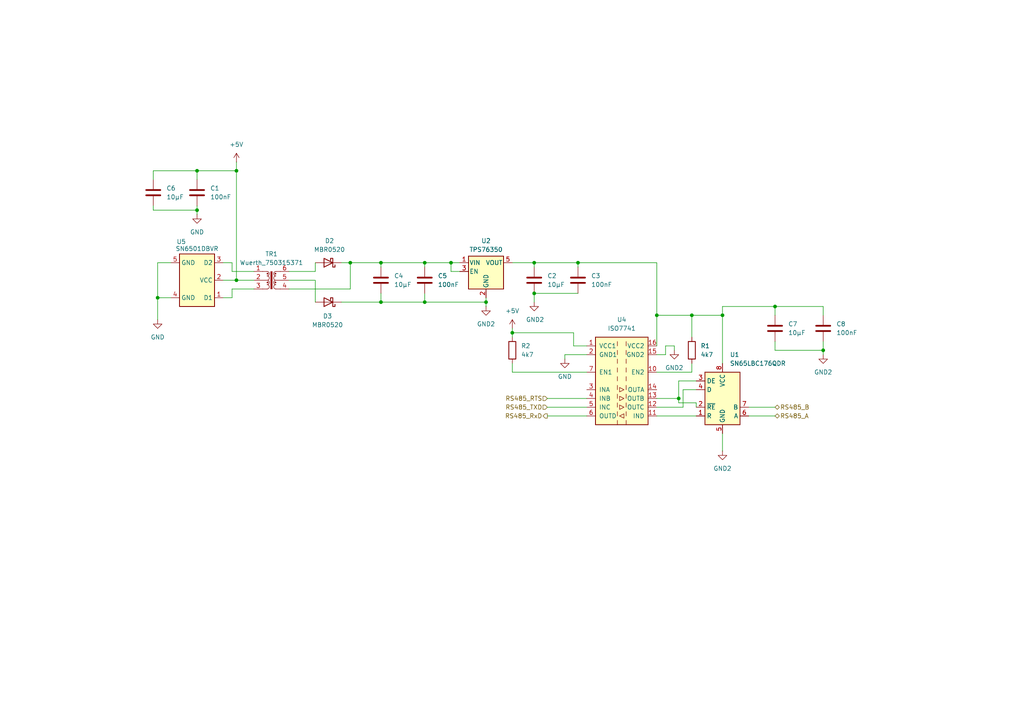
<source format=kicad_sch>
(kicad_sch (version 20250114) (generator "eeschema") (generator_version "9.0")
  (paper "A4")
  (lib_symbols
    (symbol "Device:C" (pin_numbers (hide yes)) (pin_names (offset 0.254))
      (property "Reference" "C" (at 0.635 2.54 0))
      (property "Value" "C" (at 0.635 -2.54 0))
      (symbol "C_0_1"
        (polyline (pts (xy -2.032 0.762) (xy 2.032 0.762)) (stroke (width 0.508)))
        (polyline (pts (xy -2.032 -0.762) (xy 2.032 -0.762)) (stroke (width 0.508)))
      )
      (symbol "C_1_1"
        (pin passive line (at 0 3.81 270) (length 2.794) (name "~") (number "1"))
        (pin passive line (at 0 -3.81 90) (length 2.794) (name "~") (number "2"))
      )
    )
    (symbol "Device:R" (pin_numbers (hide yes)) (pin_names (offset 0))
      (property "Reference" "R" (at 2.032 0 90))
      (property "Value" "R" (at 0 0 90))
      (symbol "R_0_1"
        (rectangle (start -1.016 -2.54) (end 1.016 2.54) (stroke (width 0.254)))
      )
      (symbol "R_1_1"
        (pin passive line (at 0 3.81 270) (length 1.27) (name "~") (number "1"))
        (pin passive line (at 0 -3.81 90) (length 1.27) (name "~") (number "2"))
      )
    )
    (symbol "DigitalIsolator:ISO7741" (pin_names (offset 1.016))
      (property "Reference" "U" (at 0 15.875 0))
      (property "Value" "ISO7741" (at 0 13.97 0))
      (symbol "ISO7741_0_1"
        (rectangle (start -7.62 12.7) (end 7.62 -12.7) (stroke (width 0.254)) (fill (type background)))
        (polyline (pts (xy -1.27 11.43) (xy -1.27 10.16)))
        (polyline (pts (xy -1.27 8.89) (xy -1.27 7.62)))
        (polyline (pts (xy -1.27 6.35) (xy -1.27 5.08)))
        (polyline (pts (xy -1.27 3.81) (xy -1.27 2.54)))
        (polyline (pts (xy -1.27 1.27) (xy -1.27 0)))
        (polyline (pts (xy -1.27 -1.27) (xy -1.27 -2.54)))
        (polyline (pts (xy -1.27 -3.81) (xy -1.27 -5.08)))
        (polyline (pts (xy -1.27 -6.35) (xy -1.27 -7.62)))
        (polyline (pts (xy -1.27 -8.89) (xy -1.27 -10.16)))
        (polyline (pts (xy -1.27 -11.43) (xy -1.27 -12.7)))
        (polyline (pts (xy -0.635 -1.905) (xy -0.635 -3.175) (xy 0.635 -2.54) (xy -0.635 -1.905)))
        (polyline (pts (xy -0.635 -4.445) (xy -0.635 -5.715) (xy 0.635 -5.08) (xy -0.635 -4.445)))
        (polyline (pts (xy -0.635 -6.985) (xy -0.635 -8.255) (xy 0.635 -7.62) (xy -0.635 -6.985)))
        (polyline (pts (xy -0.635 -10.16) (xy 0.635 -9.525) (xy 0.635 -10.795) (xy -0.635 -10.16)))
        (polyline (pts (xy 1.27 11.43) (xy 1.27 10.16)))
        (polyline (pts (xy 1.27 8.89) (xy 1.27 7.62)))
        (polyline (pts (xy 1.27 6.35) (xy 1.27 5.08)))
        (polyline (pts (xy 1.27 3.81) (xy 1.27 2.54)))
        (polyline (pts (xy 1.27 1.27) (xy 1.27 0)))
        (polyline (pts (xy 1.27 -1.27) (xy 1.27 -2.54)))
        (polyline (pts (xy 1.27 -3.81) (xy 1.27 -5.08)))
        (polyline (pts (xy 1.27 -6.35) (xy 1.27 -7.62)))
        (polyline (pts (xy 1.27 -8.89) (xy 1.27 -10.16)))
        (polyline (pts (xy 1.27 -11.43) (xy 1.27 -12.7)))
      )
      (symbol "ISO7741_1_1"
        (pin power_in line (at -10.16 10.16 0) (length 2.54) (name "VCC1") (number "1"))
        (pin power_in line (at -10.16 7.62 0) (length 2.54) (name "GND1") (number "2"))
        (pin passive line (at -10.16 7.62 0) (length 2.54) (hide yes) (name "GND1") (number "8"))
        (pin input line (at -10.16 2.54 0) (length 2.54) (name "EN1") (number "7"))
        (pin input line (at -10.16 -2.54 0) (length 2.54) (name "INA") (number "3"))
        (pin input line (at -10.16 -5.08 0) (length 2.54) (name "INB") (number "4"))
        (pin input line (at -10.16 -7.62 0) (length 2.54) (name "INC") (number "5"))
        (pin output line (at -10.16 -10.16 0) (length 2.54) (name "OUTD") (number "6"))
        (pin power_in line (at 10.16 10.16 180) (length 2.54) (name "VCC2") (number "16"))
        (pin power_in line (at 10.16 7.62 180) (length 2.54) (name "GND2") (number "15"))
        (pin passive line (at 10.16 7.62 180) (length 2.54) (hide yes) (name "GND2") (number "9"))
        (pin input line (at 10.16 2.54 180) (length 2.54) (name "EN2") (number "10"))
        (pin output line (at 10.16 -2.54 180) (length 2.54) (name "OUTA") (number "14"))
        (pin output line (at 10.16 -5.08 180) (length 2.54) (name "OUTB") (number "13"))
        (pin output line (at 10.16 -7.62 180) (length 2.54) (name "OUTC") (number "12"))
        (pin input line (at 10.16 -10.16 180) (length 2.54) (name "IND") (number "11"))
      )
    )
    (symbol "Diode:MBR0520" (pin_numbers (hide yes)) (pin_names (offset 1.016) (hide yes))
      (property "Reference" "D" (at 0 2.54 0))
      (property "Value" "MBR0520" (at 0 -2.54 0))
      (symbol "MBR0520_0_1"
        (polyline (pts (xy -1.905 0.635) (xy -1.905 1.27) (xy -1.27 1.27) (xy -1.27 -1.27) (xy -0.635 -1.27) (xy -0.635 -0.635)) (stroke (width 0.254)))
        (polyline (pts (xy 1.27 1.27) (xy 1.27 -1.27) (xy -1.27 0) (xy 1.27 1.27)) (stroke (width 0.254)))
        (polyline (pts (xy 1.27 0) (xy -1.27 0)))
      )
      (symbol "MBR0520_1_1"
        (pin passive line (at -3.81 0 0) (length 2.54) (name "K") (number "1"))
        (pin passive line (at 3.81 0 180) (length 2.54) (name "A") (number "2"))
      )
    )
    (symbol "Interface_UART:SN65LBC176QDR"
      (property "Reference" "U" (at -4.318 8.89 0))
      (property "Value" "SN65LBC176QDR" (at 1.016 8.89 0))
      (symbol "SN65LBC176QDR_0_1"
        (rectangle (start -5.08 7.62) (end 5.08 -7.62) (stroke (width 0.254)) (fill (type background)))
      )
      (symbol "SN65LBC176QDR_1_1"
        (pin input line (at -7.62 5.08 0) (length 2.54) (name "DE") (number "3"))
        (pin input line (at -7.62 2.54 0) (length 2.54) (name "D") (number "4"))
        (pin input line (at -7.62 -2.54 0) (length 2.54) (name "~{RE}") (number "2"))
        (pin output line (at -7.62 -5.08 0) (length 2.54) (name "R") (number "1"))
        (pin power_in line (at 0 10.16 270) (length 2.54) (name "VCC") (number "8"))
        (pin power_in line (at 0 -10.16 90) (length 2.54) (name "GND") (number "5"))
        (pin bidirectional line (at 7.62 -2.54 180) (length 2.54) (name "B") (number "7"))
        (pin bidirectional line (at 7.62 -5.08 180) (length 2.54) (name "A") (number "6"))
      )
    )
    (symbol "PowerManagement:SN6501DBVR"
      (property "Reference" "U" (at -5.08 6.35 0))
      (property "Value" "SN6501DBVR" (at 7.62 6.35 0))
      (symbol "SN6501DBVR_0_1"
        (rectangle (start -5.08 5.08) (end 5.08 -10.16) (stroke (width 0.254)) (fill (type background)))
      )
      (symbol "SN6501DBVR_1_1"
        (pin power_in line (at -7.62 2.54 0) (length 2.54) (name "GND") (number "4"))
        (pin power_in line (at -7.62 -7.62 0) (length 2.54) (name "GND") (number "5"))
        (pin open_collector line (at 7.62 2.54 180) (length 2.54) (name "D1") (number "1"))
        (pin power_in line (at 7.62 -2.54 180) (length 2.54) (name "VCC") (number "2"))
        (pin open_collector line (at 7.62 -7.62 180) (length 2.54) (name "D2") (number "3"))
      )
    )
    (symbol "Regulator_Linear:TPS76350" (pin_names (offset 0.254))
      (property "Reference" "U" (at -3.81 5.715 0))
      (property "Value" "TPS76350" (at 0 5.715 0))
      (symbol "TPS76350_0_1"
        (rectangle (start -5.08 4.445) (end 5.08 -5.08) (stroke (width 0.254)) (fill (type background)))
      )
      (symbol "TPS76350_1_1"
        (pin power_in line (at -7.62 2.54 0) (length 2.54) (name "VIN") (number "1"))
        (pin input line (at -7.62 0 0) (length 2.54) (name "EN") (number "3"))
        (pin power_in line (at 0 -7.62 90) (length 2.54) (name "GND") (number "2"))
        (pin no_connect line (at 5.08 0 180) (length 2.54) (hide yes) (name "NC") (number "4"))
        (pin power_out line (at 7.62 2.54 180) (length 2.54) (name "VOUT") (number "5"))
      )
    )
    (symbol "Transformer:Wuerth_750315371"
      (property "Reference" "TR" (at 0 5.08 0))
      (property "Value" "Wuerth_750315371" (at 0 -5.08 0))
      (symbol "Wuerth_750315371_0_1"
        (polyline (pts (xy -2.54 2.54) (xy -1.27 2.54)))
        (polyline (pts (xy -2.54 0) (xy -1.27 0)))
        (polyline (pts (xy -2.54 -2.54) (xy -1.27 -2.54)))
        (arc (start -1.27 0) (mid -0.6377 -0.635) (end -1.27 -1.27))
        (arc (start -1.27 -1.27) (mid -0.6377 -1.905) (end -1.27 -2.54))
        (rectangle (start -0.254 2.54) (end 0.254 -2.54) (stroke (width 0.0254)) (fill (type outline)))
        (polyline (pts (xy 1.27 2.54) (xy 2.54 2.54)))
        (polyline (pts (xy 1.27 0) (xy 2.54 0)))
        (polyline (pts (xy 1.27 -2.54) (xy 2.54 -2.54)))
      )
      (symbol "Wuerth_750315371_1_1"
        (arc (start -1.27 2.54) (mid -0.6377 1.905) (end -1.27 1.27))
        (arc (start -1.27 1.27) (mid -0.6377 0.635) (end -1.27 0))
        (circle (center -1.143 1.905) (radius 0.127) (stroke (width 0.254)))
        (circle (center -1.143 -0.635) (radius 0.127) (stroke (width 0.254)))
        (circle (center 1.143 1.905) (radius 0.127) (stroke (width 0.254)))
        (circle (center 1.143 -0.635) (radius 0.127) (stroke (width 0.254)))
        (arc (start 1.27 1.27) (mid 0.6377 1.905) (end 1.27 2.54))
        (arc (start 1.27 0) (mid 0.6377 0.635) (end 1.27 1.27))
        (arc (start 1.27 -1.27) (mid 0.6377 -0.635) (end 1.27 0))
        (arc (start 1.27 -2.54) (mid 0.6377 -1.905) (end 1.27 -1.27))
        (pin passive line (at -5.08 2.54 0) (length 2.54) (name "~") (number "1"))
        (pin passive line (at -5.08 0 0) (length 2.54) (name "~") (number "2"))
        (pin passive line (at -5.08 -2.54 0) (length 2.54) (name "~") (number "3"))
        (pin passive line (at 5.08 2.54 180) (length 2.54) (name "~") (number "6"))
        (pin passive line (at 5.08 0 180) (length 2.54) (name "~") (number "5"))
        (pin passive line (at 5.08 -2.54 180) (length 2.54) (name "~") (number "4"))
      )
    )
    (symbol "power:+5V" (power) (pin_numbers (hide yes)) (pin_names (offset 0) (hide yes))
      (property "Value" "+5V" (at 0 3.556 0))
      (symbol "+5V_0_1"
        (polyline (pts (xy -0.762 1.27) (xy 0 2.54)))
        (polyline (pts (xy 0 2.54) (xy 0.762 1.27)))
        (polyline (pts (xy 0 0) (xy 0 2.54)))
      )
      (symbol "+5V_1_1"
        (pin power_in line (at 0 0 90) (length 0) (name "~") (number "1"))
      )
    )
    (symbol "power:GND" (power) (pin_numbers (hide yes)) (pin_names (offset 0) (hide yes))
      (property "Value" "GND" (at 0 -3.81 0))
      (symbol "GND_0_1"
        (polyline (pts (xy 0 0) (xy 0 -1.27) (xy 1.27 -1.27) (xy 0 -2.54) (xy -1.27 -1.27) (xy 0 -1.27)))
      )
      (symbol "GND_1_1"
        (pin power_in line (at 0 0 270) (length 0) (name "~") (number "1"))
      )
    )
    (symbol "power:GND2" (power) (pin_numbers (hide yes)) (pin_names (offset 0) (hide yes))
      (property "Value" "GND2" (at 0 -3.81 0))
      (symbol "GND2_0_1"
        (polyline (pts (xy 0 0) (xy 0 -1.27) (xy 1.27 -1.27) (xy 0 -2.54) (xy -1.27 -1.27) (xy 0 -1.27)))
      )
      (symbol "GND2_1_1"
        (pin power_in line (at 0 0 270) (length 0) (name "~") (number "1"))
      )
    )
  )
  (junction (at 68.58 81.28))
  (junction (at 238.76 101.6))
  (junction (at 190.5 91.44))
  (junction (at 101.6 76.2))
  (junction (at 110.49 87.63))
  (junction (at 45.72 86.36))
  (junction (at 130.81 76.2))
  (junction (at 167.64 76.2))
  (junction (at 154.94 85.09))
  (junction (at 148.59 96.52))
  (junction (at 224.79 88.9))
  (junction (at 57.15 60.96))
  (junction (at 196.85 115.57))
  (junction (at 57.15 49.53))
  (junction (at 123.19 76.2))
  (junction (at 110.49 76.2))
  (junction (at 68.58 49.53))
  (junction (at 200.66 91.44))
  (junction (at 123.19 87.63))
  (junction (at 154.94 76.2))
  (junction (at 140.97 87.63))
  (junction (at 209.55 91.44))
  (wire (pts (xy 123.19 87.63) (xy 140.97 87.63)))
  (wire (pts (xy 57.15 49.53) (xy 44.45 49.53)))
  (wire (pts (xy 154.94 85.09) (xy 154.94 87.63)))
  (wire (pts (xy 148.59 76.2) (xy 154.94 76.2)))
  (wire (pts (xy 196.85 115.57) (xy 196.85 110.49)))
  (wire (pts (xy 91.44 81.28) (xy 91.44 87.63)))
  (wire (pts (xy 163.83 102.87) (xy 163.83 104.14)))
  (wire (pts (xy 193.04 102.87) (xy 193.04 100.33)))
  (wire (pts (xy 83.82 83.82) (xy 101.6 83.82)))
  (wire (pts (xy 68.58 81.28) (xy 73.66 81.28)))
  (wire (pts (xy 57.15 49.53) (xy 68.58 49.53)))
  (wire (pts (xy 154.94 85.09) (xy 167.64 85.09)))
  (wire (pts (xy 91.44 76.2) (xy 91.44 78.74)))
  (wire (pts (xy 190.5 118.11) (xy 198.12 118.11)))
  (wire (pts (xy 224.79 88.9) (xy 224.79 91.44)))
  (wire (pts (xy 166.37 100.33) (xy 166.37 96.52)))
  (wire (pts (xy 224.79 88.9) (xy 238.76 88.9)))
  (wire (pts (xy 209.55 88.9) (xy 224.79 88.9)))
  (wire (pts (xy 193.04 100.33) (xy 195.58 100.33)))
  (wire (pts (xy 166.37 96.52) (xy 148.59 96.52)))
  (wire (pts (xy 110.49 87.63) (xy 123.19 87.63)))
  (wire (pts (xy 201.93 118.11) (xy 201.93 116.84)))
  (wire (pts (xy 209.55 91.44) (xy 209.55 105.41)))
  (wire (pts (xy 209.55 88.9) (xy 209.55 91.44)))
  (wire (pts (xy 200.66 97.79) (xy 200.66 91.44)))
  (wire (pts (xy 154.94 76.2) (xy 154.94 77.47)))
  (wire (pts (xy 200.66 91.44) (xy 209.55 91.44)))
  (wire (pts (xy 158.75 120.65) (xy 170.18 120.65)))
  (wire (pts (xy 170.18 102.87) (xy 163.83 102.87)))
  (wire (pts (xy 148.59 107.95) (xy 148.59 105.41)))
  (wire (pts (xy 67.31 83.82) (xy 67.31 86.36)))
  (wire (pts (xy 45.72 76.2) (xy 45.72 86.36)))
  (wire (pts (xy 140.97 88.9) (xy 140.97 87.63)))
  (wire (pts (xy 73.66 78.74) (xy 67.31 78.74)))
  (wire (pts (xy 91.44 78.74) (xy 83.82 78.74)))
  (wire (pts (xy 64.77 81.28) (xy 68.58 81.28)))
  (wire (pts (xy 196.85 110.49) (xy 201.93 110.49)))
  (wire (pts (xy 190.5 100.33) (xy 190.5 91.44)))
  (wire (pts (xy 209.55 125.73) (xy 209.55 130.81)))
  (wire (pts (xy 158.75 118.11) (xy 170.18 118.11)))
  (wire (pts (xy 190.5 120.65) (xy 201.93 120.65)))
  (wire (pts (xy 217.17 120.65) (xy 224.79 120.65)))
  (wire (pts (xy 57.15 59.69) (xy 57.15 60.96)))
  (wire (pts (xy 217.17 118.11) (xy 224.79 118.11)))
  (wire (pts (xy 190.5 76.2) (xy 167.64 76.2)))
  (wire (pts (xy 130.81 76.2) (xy 133.35 76.2)))
  (wire (pts (xy 238.76 101.6) (xy 238.76 99.06)))
  (wire (pts (xy 57.15 49.53) (xy 57.15 52.07)))
  (wire (pts (xy 198.12 118.11) (xy 198.12 113.03)))
  (wire (pts (xy 110.49 87.63) (xy 110.49 85.09)))
  (wire (pts (xy 190.5 107.95) (xy 200.66 107.95)))
  (wire (pts (xy 68.58 49.53) (xy 68.58 81.28)))
  (wire (pts (xy 190.5 91.44) (xy 190.5 76.2)))
  (wire (pts (xy 83.82 81.28) (xy 91.44 81.28)))
  (wire (pts (xy 148.59 95.25) (xy 148.59 96.52)))
  (wire (pts (xy 73.66 83.82) (xy 67.31 83.82)))
  (wire (pts (xy 68.58 46.99) (xy 68.58 49.53)))
  (wire (pts (xy 45.72 86.36) (xy 49.53 86.36)))
  (wire (pts (xy 170.18 100.33) (xy 166.37 100.33)))
  (wire (pts (xy 154.94 76.2) (xy 167.64 76.2)))
  (wire (pts (xy 198.12 113.03) (xy 201.93 113.03)))
  (wire (pts (xy 67.31 78.74) (xy 67.31 76.2)))
  (wire (pts (xy 57.15 60.96) (xy 57.15 62.23)))
  (wire (pts (xy 224.79 101.6) (xy 238.76 101.6)))
  (wire (pts (xy 45.72 86.36) (xy 45.72 92.71)))
  (wire (pts (xy 200.66 91.44) (xy 190.5 91.44)))
  (wire (pts (xy 101.6 76.2) (xy 110.49 76.2)))
  (wire (pts (xy 148.59 96.52) (xy 148.59 97.79)))
  (wire (pts (xy 200.66 107.95) (xy 200.66 105.41)))
  (wire (pts (xy 44.45 60.96) (xy 44.45 59.69)))
  (wire (pts (xy 238.76 88.9) (xy 238.76 91.44)))
  (wire (pts (xy 133.35 78.74) (xy 130.81 78.74)))
  (wire (pts (xy 123.19 87.63) (xy 123.19 85.09)))
  (wire (pts (xy 190.5 102.87) (xy 193.04 102.87)))
  (wire (pts (xy 49.53 76.2) (xy 45.72 76.2)))
  (wire (pts (xy 190.5 115.57) (xy 196.85 115.57)))
  (wire (pts (xy 196.85 116.84) (xy 196.85 115.57)))
  (wire (pts (xy 201.93 116.84) (xy 196.85 116.84)))
  (wire (pts (xy 101.6 76.2) (xy 101.6 83.82)))
  (wire (pts (xy 170.18 107.95) (xy 148.59 107.95)))
  (wire (pts (xy 44.45 49.53) (xy 44.45 52.07)))
  (wire (pts (xy 110.49 76.2) (xy 123.19 76.2)))
  (wire (pts (xy 123.19 76.2) (xy 123.19 77.47)))
  (wire (pts (xy 195.58 100.33) (xy 195.58 101.6)))
  (wire (pts (xy 99.06 87.63) (xy 110.49 87.63)))
  (wire (pts (xy 67.31 76.2) (xy 64.77 76.2)))
  (wire (pts (xy 167.64 76.2) (xy 167.64 77.47)))
  (wire (pts (xy 130.81 78.74) (xy 130.81 76.2)))
  (wire (pts (xy 110.49 76.2) (xy 110.49 77.47)))
  (wire (pts (xy 123.19 76.2) (xy 130.81 76.2)))
  (wire (pts (xy 224.79 99.06) (xy 224.79 101.6)))
  (wire (pts (xy 67.31 86.36) (xy 64.77 86.36)))
  (wire (pts (xy 101.6 76.2) (xy 99.06 76.2)))
  (wire (pts (xy 140.97 87.63) (xy 140.97 86.36)))
  (wire (pts (xy 57.15 60.96) (xy 44.45 60.96)))
  (wire (pts (xy 158.75 115.57) (xy 170.18 115.57)))
  (wire (pts (xy 238.76 101.6) (xy 238.76 102.87)))
  (hierarchical_label "RS485_RxD" (shape output) (at 158.75 120.65 180))
  (hierarchical_label "RS485_B" (shape bidirectional) (at 224.79 118.11 0))
  (hierarchical_label "RS485_RTS" (shape input) (at 158.75 115.57 180))
  (hierarchical_label "RS485_A" (shape bidirectional) (at 224.79 120.65 0))
  (hierarchical_label "RS485_TXD" (shape input) (at 158.75 118.11 180))
  (symbol (lib_id "Device:R") (at 148.59 101.6 0) (unit 1)
    (property "Reference" "R2" (at 151.13 100.3299 0) (effects (justify left)))
    (property "Value" "4k7" (at 151.13 102.8699 0) (effects (justify left)))
    (property "Footprint" "Resistor_SMD:R_0603_1608Metric" (effects (hide yes)))
    (property "Description" "Resistor" (effects (hide yes)))
  )
  (symbol (lib_id "Transformer:Wuerth_750315371") (at 78.74 81.28 0) (unit 1)
    (property "Reference" "TR1" (at 78.74 73.66 0))
    (property "Value" "Wuerth_750315371" (at 78.74 76.2 0))
    (property "Footprint" "Transformer_SMD:Transformer_Wuerth_750315371" (effects (hide yes)))
    (property "Datasheet" "https://www.we-online.com/catalog/datasheet/750315371.pdf" (effects (hide yes)))
    (property "Description" "5V, 1A , 320 - 480kHz, 1:1.1, Center Tapped, SMD" (effects (hide yes)))
  )
  (symbol (lib_id "power:GND2") (at 195.58 101.6 0) (unit 1)
    (property "Reference" "#PWR057" (effects (hide yes)))
    (property "Value" "GND2" (at 195.58 106.68 0))
    (property "Description" "Power symbol creates a global label with name \"GND2\" , ground" (effects (hide yes)))
  )
  (symbol (lib_id "PowerManagement:SN6501DBVR") (at 57.15 83.82 0) (mirror x) (unit 1)
    (property "Reference" "U5" (at 52.578 70.104 0))
    (property "Value" "SN6501DBVR" (at 57.15 72.136 0))
    (property "Footprint" "Package_TO_SOT_SMD:SOT-23-5" (effects (hide yes)))
    (property "Datasheet" "http://www.ti.com/lit/ds/symlink/sn6505b.pdf" (effects (hide yes)))
    (property "Description" "Spezialisiertes Energiemanagement - PMIC Transformer Driver f or Iso Power Supply" (effects (hide yes)))
  )
  (symbol (lib_id "power:+5V") (at 68.58 46.99 0) (unit 1)
    (property "Reference" "#PWR060" (effects (hide yes)))
    (property "Value" "+5V" (at 68.58 41.91 0))
    (property "Description" "Power symbol creates a global label with name \"+5V\"" (effects (hide yes)))
  )
  (symbol (lib_id "power:GND") (at 163.83 104.14 0) (unit 1)
    (property "Reference" "#PWR062" (effects (hide yes)))
    (property "Value" "GND" (at 163.83 109.22 0))
    (property "Description" "Power symbol creates a global label with name \"GND\" , ground" (effects (hide yes)))
  )
  (symbol (lib_id "Interface_UART:SN65LBC176QDR") (at 209.55 115.57 0) (unit 1)
    (property "Reference" "U1" (at 211.6933 102.87 0) (effects (justify left)))
    (property "Value" "SN65LBC176QDR" (at 211.6933 105.41 0) (effects (justify left)))
    (property "Footprint" "Package_SO:SOIC-8_3.9x4.9mm_P1.27mm" (effects (hide yes)))
    (property "Datasheet" "http://www.ti.com/lit/ds/symlink/sn75lbc176.pdf" (effects (hide yes)))
    (property "Description" "Differential bus transceiver, SOIC-8" (effects (hide yes)))
  )
  (symbol (lib_id "Diode:MBR0520") (at 95.25 76.2 180) (unit 1)
    (property "Reference" "D2" (at 95.5675 69.85 0))
    (property "Value" "MBR0520" (at 95.5675 72.39 0))
    (property "Footprint" "Diode_SMD:D_SOD-123" (effects (hide yes)))
    (property "Datasheet" "http://www.mccsemi.com/up_pdf/MBR0520~MBR0580(SOD123).pdf" (effects (hide yes)))
    (property "Description" "20V 0.5A Schottky Power Rectifier Diode, SOD-123" (effects (hide yes)))
  )
  (symbol (lib_id "Device:C") (at 57.15 55.88 0) (unit 1)
    (property "Reference" "C1" (at 60.96 54.6099 0) (effects (justify left)))
    (property "Value" "100nF" (at 60.96 57.1499 0) (effects (justify left)))
    (property "Footprint" "Capacitor_SMD:C_0603_1608Metric" (effects (hide yes)))
    (property "Description" "Unpolarized capacitor" (effects (hide yes)))
  )
  (symbol (lib_id "Device:C") (at 110.49 81.28 0) (unit 1)
    (property "Reference" "C4" (at 114.3 80.0099 0) (effects (justify left)))
    (property "Value" "10µF" (at 114.3 82.5499 0) (effects (justify left)))
    (property "Footprint" "Capacitor_SMD:C_0603_1608Metric" (effects (hide yes)))
    (property "Description" "Unpolarized capacitor" (effects (hide yes)))
  )
  (symbol (lib_id "Device:C") (at 154.94 81.28 0) (unit 1)
    (property "Reference" "C2" (at 158.75 80.0099 0) (effects (justify left)))
    (property "Value" "10µF" (at 158.75 82.5499 0) (effects (justify left)))
    (property "Footprint" "Capacitor_SMD:C_0603_1608Metric" (effects (hide yes)))
    (property "Description" "Unpolarized capacitor" (effects (hide yes)))
  )
  (symbol (lib_id "Device:C") (at 167.64 81.28 0) (unit 1)
    (property "Reference" "C3" (at 171.45 80.0099 0) (effects (justify left)))
    (property "Value" "100nF" (at 171.45 82.5499 0) (effects (justify left)))
    (property "Footprint" "Capacitor_SMD:C_0603_1608Metric" (effects (hide yes)))
    (property "Description" "Unpolarized capacitor" (effects (hide yes)))
  )
  (symbol (lib_id "Device:R") (at 200.66 101.6 0) (unit 1)
    (property "Reference" "R1" (at 203.2 100.3299 0) (effects (justify left)))
    (property "Value" "4k7" (at 203.2 102.8699 0) (effects (justify left)))
    (property "Footprint" "Resistor_SMD:R_0603_1608Metric" (effects (hide yes)))
    (property "Description" "Resistor" (effects (hide yes)))
  )
  (symbol (lib_id "Regulator_Linear:TPS76350") (at 140.97 78.74 0) (unit 1)
    (property "Reference" "U2" (at 140.97 69.85 0))
    (property "Value" "TPS76350" (at 140.97 72.39 0))
    (property "Footprint" "Package_TO_SOT_SMD:SOT-23-5" (effects (hide yes)))
    (property "Datasheet" "http://www.ti.com/lit/ds/symlink/tps763.pdf" (effects (hide yes)))
    (property "Description" "Low power 150mA LDO 5.0V fixed output voltage, SOT-23-5" (effects (hide yes)))
  )
  (symbol (lib_id "Diode:MBR0520") (at 95.25 87.63 180) (unit 1)
    (property "Reference" "D3" (at 94.996 91.694 0))
    (property "Value" "MBR0520" (at 94.996 94.234 0))
    (property "Footprint" "Diode_SMD:D_SOD-123" (effects (hide yes)))
    (property "Datasheet" "http://www.mccsemi.com/up_pdf/MBR0520~MBR0580(SOD123).pdf" (effects (hide yes)))
    (property "Description" "20V 0.5A Schottky Power Rectifier Diode, SOD-123" (effects (hide yes)))
  )
  (symbol (lib_id "Device:C") (at 123.19 81.28 0) (unit 1)
    (property "Reference" "C5" (at 127 80.0099 0) (effects (justify left)))
    (property "Value" "100nF" (at 127 82.5499 0) (effects (justify left)))
    (property "Footprint" "Capacitor_SMD:C_0603_1608Metric" (effects (hide yes)))
    (property "Description" "Unpolarized capacitor" (effects (hide yes)))
  )
  (symbol (lib_id "Device:C") (at 224.79 95.25 0) (unit 1)
    (property "Reference" "C7" (at 228.6 93.9799 0) (effects (justify left)))
    (property "Value" "10µF" (at 228.6 96.5199 0) (effects (justify left)))
    (property "Footprint" "Capacitor_SMD:C_0603_1608Metric" (effects (hide yes)))
    (property "Description" "Unpolarized capacitor" (effects (hide yes)))
  )
  (symbol (lib_id "power:+5V") (at 148.59 95.25 0) (unit 1)
    (property "Reference" "#PWR061" (effects (hide yes)))
    (property "Value" "+5V" (at 148.59 90.17 0))
    (property "Description" "Power symbol creates a global label with name \"+5V\"" (effects (hide yes)))
  )
  (symbol (lib_id "power:GND") (at 45.72 92.71 0) (unit 1)
    (property "Reference" "#PWR059" (effects (hide yes)))
    (property "Value" "GND" (at 45.72 97.79 0))
    (property "Description" "Power symbol creates a global label with name \"GND\" , ground" (effects (hide yes)))
  )
  (symbol (lib_id "power:GND2") (at 238.76 102.87 0) (unit 1)
    (property "Reference" "#PWR052" (effects (hide yes)))
    (property "Value" "GND2" (at 238.76 107.95 0))
    (property "Description" "Power symbol creates a global label with name \"GND2\" , ground" (effects (hide yes)))
  )
  (symbol (lib_id "Device:C") (at 44.45 55.88 0) (unit 1)
    (property "Reference" "C6" (at 48.26 54.6099 0) (effects (justify left)))
    (property "Value" "10µF" (at 48.26 57.1499 0) (effects (justify left)))
    (property "Footprint" "Capacitor_SMD:C_0603_1608Metric" (effects (hide yes)))
    (property "Description" "Unpolarized capacitor" (effects (hide yes)))
  )
  (symbol (lib_id "power:GND2") (at 140.97 88.9 0) (unit 1)
    (property "Reference" "#PWR056" (effects (hide yes)))
    (property "Value" "GND2" (at 140.97 93.98 0))
    (property "Description" "Power symbol creates a global label with name \"GND2\" , ground" (effects (hide yes)))
  )
  (symbol (lib_id "DigitalIsolator:ISO7741") (at 180.34 110.49 0) (unit 1)
    (property "Reference" "U4" (at 180.34 92.71 0))
    (property "Value" "ISO7741" (at 180.34 95.25 0))
    (property "Footprint" "Package_SO:SOIC-16W_7.5x10.3mm_P1.27mm" (effects (hide yes)))
    (property "Datasheet" "http://www.ti.com/general/docs/lit/getliterature.tsp?genericPartNumber=iso7341c&fileType=pdf" (effects (hide yes)))
    (property "Description" "Low Power Quad-Channel 3/1 Digital Isolator, 100Mbps 31ns, Fail-Safe High, SO16" (effects (hide yes)))
  )
  (symbol (lib_id "Device:C") (at 238.76 95.25 0) (unit 1)
    (property "Reference" "C8" (at 242.57 93.9799 0) (effects (justify left)))
    (property "Value" "100nF" (at 242.57 96.5199 0) (effects (justify left)))
    (property "Footprint" "Capacitor_SMD:C_0603_1608Metric" (effects (hide yes)))
    (property "Description" "Unpolarized capacitor" (effects (hide yes)))
  )
  (symbol (lib_id "power:GND2") (at 209.55 130.81 0) (unit 1)
    (property "Reference" "#PWR054" (effects (hide yes)))
    (property "Value" "GND2" (at 209.55 135.89 0))
    (property "Description" "Power symbol creates a global label with name \"GND2\" , ground" (effects (hide yes)))
  )
  (symbol (lib_id "power:GND") (at 57.15 62.23 0) (unit 1)
    (property "Reference" "#PWR055" (effects (hide yes)))
    (property "Value" "GND" (at 57.15 67.31 0))
    (property "Description" "Power symbol creates a global label with name \"GND\" , ground" (effects (hide yes)))
  )
  (symbol (lib_id "power:GND2") (at 154.94 87.63 0) (unit 1)
    (property "Reference" "#PWR058" (effects (hide yes)))
    (property "Value" "GND2" (at 155.194 92.71 0))
    (property "Description" "Power symbol creates a global label with name \"GND2\" , ground" (effects (hide yes)))
  )
)
</source>
